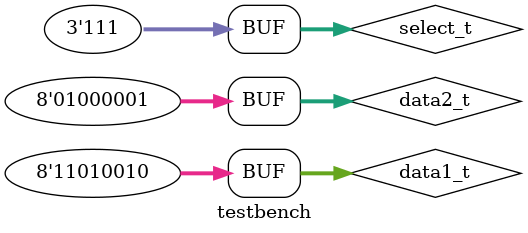
<source format=v>
/*
    Reg. No :E/16/394
    CO224
*/
//testbench for alu unit
module testbench();

    //create  8 bits registers for Inputs
    reg [7:0] data1_t, data2_t;
    //create 3 bits register for Inputs
    reg [2:0] select_t;
    //create wire for output
    wire [7:0] result_t;

    //instantiate alu
    alu myAlu(data1_t ,data2_t ,result_t ,select_t);

    initial
    begin
        //set value for data1 and data2
        data1_t = 8'b00000001 ;
        data2_t = 8'b00001001 ;
        //set value of select for forward function
        select_t = 3'b000;

        #10
        //change data2 value 
        data2_t = 8'b10000010 ;

        #10
        //set value of select for add function
        select_t = 3'b001 ;

        #10
        //change value of data1 
        data1_t = 8'b11000010 ;

        #10
        //set value of select to and function
        select_t = 3'b010 ;

        #10
        //change value of data2
        data2_t = 8'b01000001 ;

        #10
        //set value of select to or function
        select_t = 3'b011 ;

        #10
        //change value of data1 
        data1_t = 8'b11010010 ;
        
        #10
        //set value of select to reserved function units
        select_t = 3'b100 ;

        #10
        //set value of select to reserved function units
        select_t = 3'b101 ;

        #10
        //set value of select to reserved function units
        select_t = 3'b110 ;

        #10
        //set value of select to reserved function units
        select_t = 3'b111 ;
    end

    initial
    begin
        //see how signals vary with command line
        $monitor( $time, " DATA1 : %b , DATA2 : %b , SELECT : %b , RESULT : %b",data1_t ,data2_t ,select_t ,result_t);
    end
endmodule
</source>
